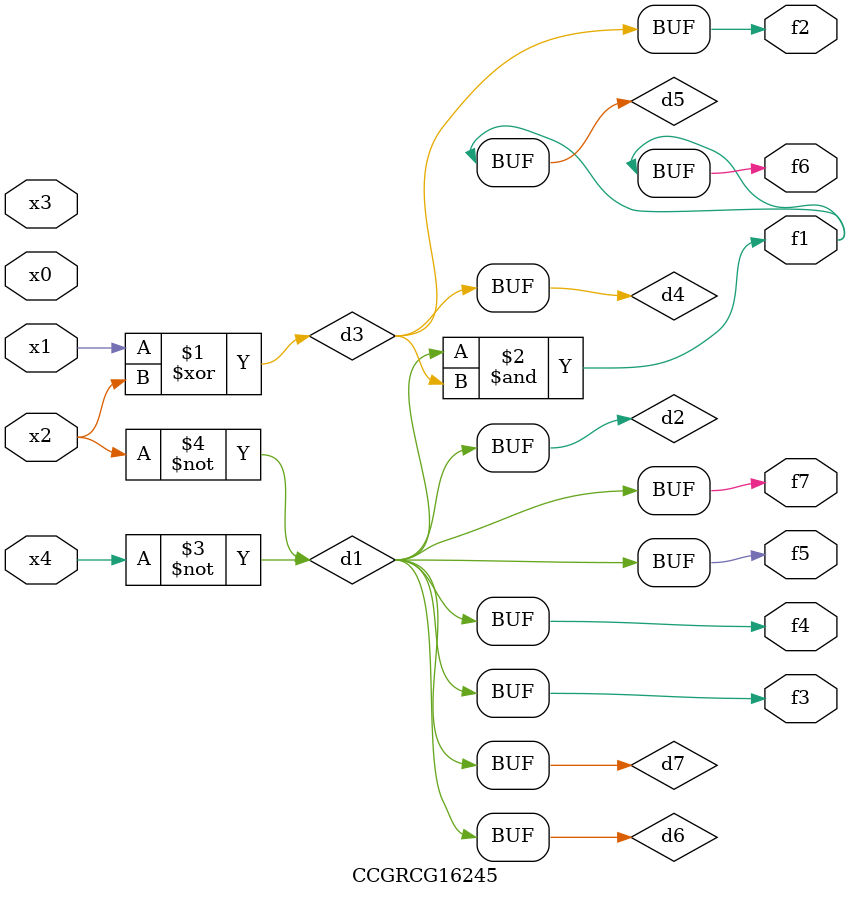
<source format=v>
module CCGRCG16245(
	input x0, x1, x2, x3, x4,
	output f1, f2, f3, f4, f5, f6, f7
);

	wire d1, d2, d3, d4, d5, d6, d7;

	not (d1, x4);
	not (d2, x2);
	xor (d3, x1, x2);
	buf (d4, d3);
	and (d5, d1, d3);
	buf (d6, d1, d2);
	buf (d7, d2);
	assign f1 = d5;
	assign f2 = d4;
	assign f3 = d7;
	assign f4 = d7;
	assign f5 = d7;
	assign f6 = d5;
	assign f7 = d7;
endmodule

</source>
